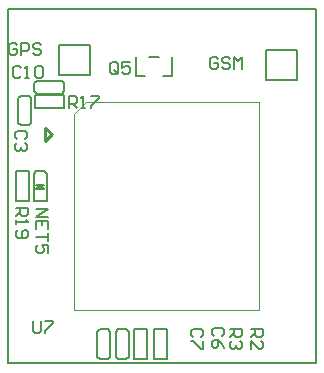
<source format=gto>
%FSLAX25Y25*%
%MOIN*%
G70*
G01*
G75*
%ADD10C,0.01000*%
%ADD11C,0.01500*%
%ADD12C,0.02000*%
%ADD13R,0.02362X0.03937*%
%ADD14R,0.03347X0.02756*%
%ADD15R,0.02756X0.03347*%
%ADD16R,0.03150X0.03937*%
%ADD17R,0.06000X0.07874*%
%ADD18R,0.03150X0.07000*%
%ADD19R,0.03937X0.03150*%
%ADD20R,0.09843X0.11811*%
%ADD21O,0.07087X0.02362*%
%ADD22O,0.02362X0.07087*%
%ADD23C,0.01200*%
%ADD24C,0.00800*%
%ADD25R,0.12700X0.10700*%
%ADD26R,0.06900X0.08800*%
%ADD27C,0.00500*%
%ADD28C,0.05906*%
%ADD29R,0.05906X0.05906*%
%ADD30C,0.02000*%
%ADD31C,0.04000*%
%ADD32R,0.11811X0.08661*%
%ADD33R,0.02559X0.04843*%
%ADD34R,0.02756X0.08268*%
%ADD35R,0.01575X0.03347*%
%ADD36R,0.05906X0.03937*%
%ADD37R,0.12100X0.10500*%
%ADD38R,0.22700X0.10400*%
%ADD39R,0.10900X0.05300*%
%ADD40R,0.07200X0.31400*%
%ADD41C,0.00400*%
D10*
X12150Y-39550D02*
X14400Y-41800D01*
X12150Y-44050D02*
X14400Y-41800D01*
X12150Y-44050D02*
Y-39550D01*
D24*
X96200Y-23736D02*
Y-13500D01*
X85964Y-23736D02*
X96200D01*
X85964D02*
Y-13500D01*
X96200D01*
X27100Y-22136D02*
Y-11900D01*
X16864Y-22136D02*
X27100D01*
X16864D02*
Y-11900D01*
X27100D01*
D27*
X54369Y-22368D02*
Y-16069D01*
X42557Y-22368D02*
Y-16069D01*
X46691D02*
X50235D01*
X51416Y-22368D02*
X54369D01*
X42557D02*
X45510D01*
X2435Y-54071D02*
X6765D01*
X2435Y-63913D02*
X6765D01*
Y-54071D01*
X2435Y-63913D02*
Y-54071D01*
X8435Y-54913D02*
X9222Y-54126D01*
X10600Y-59933D02*
Y-58555D01*
X11978Y-59933D01*
X9222D02*
X10600Y-58555D01*
X9222Y-59933D02*
X11978D01*
X9222Y-58555D02*
X11978D01*
X11978Y-54126D02*
X12765Y-54913D01*
X8435Y-63968D02*
Y-54913D01*
X9222Y-54126D02*
X11978D01*
X12765Y-63968D02*
Y-54913D01*
X8435Y-63968D02*
X12765D01*
X6878Y-38774D02*
X7665Y-37987D01*
X3335D02*
X4122Y-38774D01*
X3335Y-29719D02*
X4122Y-28931D01*
X6878D02*
X7665Y-29719D01*
Y-37987D02*
Y-29719D01*
X4122Y-28931D02*
X6878D01*
X4122Y-38774D02*
X6878D01*
X3335Y-37987D02*
Y-29719D01*
X18574Y-33065D02*
Y-28735D01*
X8732Y-33065D02*
Y-28735D01*
Y-33065D02*
X18574D01*
X8732Y-28735D02*
X18574D01*
X8626Y-27378D02*
X9413Y-28165D01*
X8626Y-24622D02*
X9413Y-23835D01*
X17681D02*
X18469Y-24622D01*
X17681Y-28165D02*
X18469Y-27378D01*
X9413Y-28165D02*
X17681D01*
X18469Y-27378D02*
Y-24622D01*
X8626Y-27378D02*
Y-24622D01*
X9413Y-23835D02*
X17681D01*
X48535Y-106826D02*
X52865D01*
X48535Y-116668D02*
X52865D01*
Y-106826D01*
X48535Y-116668D02*
Y-106826D01*
X39311Y-116668D02*
X40099Y-115881D01*
X35768D02*
X36555Y-116668D01*
X35768Y-107613D02*
X36555Y-106826D01*
X39311D02*
X40099Y-107613D01*
Y-115881D02*
Y-107613D01*
X36555Y-106826D02*
X39311D01*
X36555Y-116668D02*
X39311D01*
X35768Y-115881D02*
Y-107613D01*
X41735Y-106826D02*
X46065D01*
X41735Y-116668D02*
X46065D01*
Y-106826D01*
X41735Y-116668D02*
Y-106826D01*
X33178Y-116668D02*
X33965Y-115881D01*
X29635D02*
X30422Y-116668D01*
X29635Y-107613D02*
X30422Y-106826D01*
X33178D02*
X33965Y-107613D01*
Y-115881D02*
Y-107613D01*
X30422Y-106826D02*
X33178D01*
X30422Y-116668D02*
X33178D01*
X29635Y-115881D02*
Y-107613D01*
X5532Y-43366D02*
X6199Y-42699D01*
Y-41366D01*
X5532Y-40700D01*
X2867D01*
X2200Y-41366D01*
Y-42699D01*
X2867Y-43366D01*
X5532Y-44699D02*
X6199Y-45365D01*
Y-46698D01*
X5532Y-47365D01*
X4866D01*
X4199Y-46698D01*
Y-46032D01*
Y-46698D01*
X3533Y-47365D01*
X2867D01*
X2200Y-46698D01*
Y-45365D01*
X2867Y-44699D01*
X71232Y-109066D02*
X71899Y-108399D01*
Y-107067D01*
X71232Y-106400D01*
X68566D01*
X67900Y-107067D01*
Y-108399D01*
X68566Y-109066D01*
X71899Y-113065D02*
X71232Y-111732D01*
X69899Y-110399D01*
X68566D01*
X67900Y-111065D01*
Y-112398D01*
X68566Y-113065D01*
X69233D01*
X69899Y-112398D01*
Y-110399D01*
X64132Y-109166D02*
X64799Y-108499D01*
Y-107167D01*
X64132Y-106500D01*
X61466D01*
X60800Y-107167D01*
Y-108499D01*
X61466Y-109166D01*
X64799Y-110499D02*
Y-113164D01*
X64132D01*
X61466Y-110499D01*
X60800D01*
X4200Y-19568D02*
X3534Y-18901D01*
X2201D01*
X1535Y-19568D01*
Y-22233D01*
X2201Y-22900D01*
X3534D01*
X4200Y-22233D01*
X5533Y-22900D02*
X6866D01*
X6200D01*
Y-18901D01*
X5533Y-19568D01*
X8866D02*
X9532Y-18901D01*
X10865D01*
X11531Y-19568D01*
Y-22233D01*
X10865Y-22900D01*
X9532D01*
X8866Y-22233D01*
Y-19568D01*
X9100Y-66500D02*
X13099D01*
X9100Y-69166D01*
X13099D01*
Y-73164D02*
Y-70499D01*
X9100D01*
Y-73164D01*
X11099Y-70499D02*
Y-71832D01*
X13099Y-74497D02*
Y-77163D01*
Y-75830D01*
X9100D01*
X13099Y-81162D02*
Y-78496D01*
X11099D01*
X11766Y-79829D01*
Y-80496D01*
X11099Y-81162D01*
X9766D01*
X9100Y-80496D01*
Y-79163D01*
X9766Y-78496D01*
X36666Y-20833D02*
Y-18168D01*
X35999Y-17501D01*
X34666D01*
X34000Y-18168D01*
Y-20833D01*
X34666Y-21500D01*
X35999D01*
X35333Y-20167D02*
X36666Y-21500D01*
X35999D02*
X36666Y-20833D01*
X40664Y-17501D02*
X37999D01*
Y-19501D01*
X39332Y-18834D01*
X39998D01*
X40664Y-19501D01*
Y-20833D01*
X39998Y-21500D01*
X38665D01*
X37999Y-20833D01*
X80700Y-106500D02*
X84699D01*
Y-108499D01*
X84032Y-109166D01*
X82699D01*
X82033Y-108499D01*
Y-106500D01*
Y-107833D02*
X80700Y-109166D01*
Y-113164D02*
Y-110499D01*
X83366Y-113164D01*
X84032D01*
X84699Y-112498D01*
Y-111165D01*
X84032Y-110499D01*
X74000Y-106500D02*
X77999D01*
Y-108499D01*
X77332Y-109166D01*
X75999D01*
X75333Y-108499D01*
Y-106500D01*
Y-107833D02*
X74000Y-109166D01*
X77332Y-110499D02*
X77999Y-111165D01*
Y-112498D01*
X77332Y-113164D01*
X76666D01*
X75999Y-112498D01*
Y-111832D01*
Y-112498D01*
X75333Y-113164D01*
X74666D01*
X74000Y-112498D01*
Y-111165D01*
X74666Y-110499D01*
X20300Y-33100D02*
Y-29101D01*
X22299D01*
X22966Y-29768D01*
Y-31101D01*
X22299Y-31767D01*
X20300D01*
X21633D02*
X22966Y-33100D01*
X24299D02*
X25632D01*
X24965D01*
Y-29101D01*
X24299Y-29768D01*
X27631Y-29101D02*
X30297D01*
Y-29768D01*
X27631Y-32434D01*
Y-33100D01*
X2400Y-66200D02*
X6399D01*
Y-68199D01*
X5732Y-68866D01*
X4399D01*
X3733Y-68199D01*
Y-66200D01*
Y-67533D02*
X2400Y-68866D01*
Y-70199D02*
Y-71532D01*
Y-70865D01*
X6399D01*
X5732Y-70199D01*
X3067Y-73531D02*
X2400Y-74197D01*
Y-75530D01*
X3067Y-76197D01*
X5732D01*
X6399Y-75530D01*
Y-74197D01*
X5732Y-73531D01*
X5066D01*
X4399Y-74197D01*
Y-76197D01*
X8300Y-104101D02*
Y-107433D01*
X8967Y-108100D01*
X10299D01*
X10966Y-107433D01*
Y-104101D01*
X12299D02*
X14965D01*
Y-104768D01*
X12299Y-107433D01*
Y-108100D01*
X2766Y-12068D02*
X2099Y-11401D01*
X766D01*
X100Y-12068D01*
Y-14733D01*
X766Y-15400D01*
X2099D01*
X2766Y-14733D01*
Y-13401D01*
X1433D01*
X4099Y-15400D02*
Y-11401D01*
X6098D01*
X6764Y-12068D01*
Y-13401D01*
X6098Y-14067D01*
X4099D01*
X10763Y-12068D02*
X10097Y-11401D01*
X8764D01*
X8097Y-12068D01*
Y-12734D01*
X8764Y-13401D01*
X10097D01*
X10763Y-14067D01*
Y-14733D01*
X10097Y-15400D01*
X8764D01*
X8097Y-14733D01*
X69844Y-16628D02*
X69177Y-15961D01*
X67844D01*
X67178Y-16628D01*
Y-19294D01*
X67844Y-19960D01*
X69177D01*
X69844Y-19294D01*
Y-17961D01*
X68511D01*
X73842Y-16628D02*
X73176Y-15961D01*
X71843D01*
X71176Y-16628D01*
Y-17294D01*
X71843Y-17961D01*
X73176D01*
X73842Y-18627D01*
Y-19294D01*
X73176Y-19960D01*
X71843D01*
X71176Y-19294D01*
X75175Y-19960D02*
Y-15961D01*
X76508Y-17294D01*
X77841Y-15961D01*
Y-19960D01*
X0Y0D02*
X102362D01*
X0Y-118110D02*
Y0D01*
Y-118110D02*
X102362D01*
Y0D01*
D41*
X21794Y-34973D02*
X25794Y-30973D01*
X83605D01*
X21794Y-100265D02*
X83605D01*
Y-30973D01*
X21794Y-89400D02*
Y-34973D01*
Y-100265D02*
Y-89400D01*
M02*

</source>
